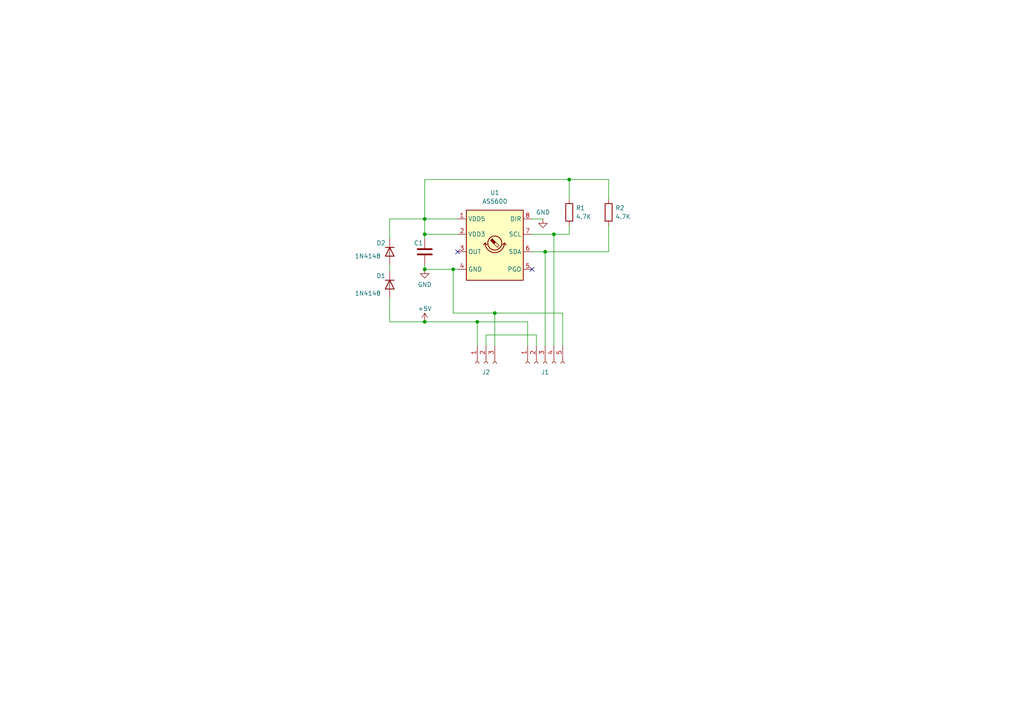
<source format=kicad_sch>
(kicad_sch (version 20211123) (generator eeschema)
  (paper "A4")
  (lib_symbols
    (symbol "Connector:Conn_01x03_Female" (pin_names (offset 1.016) hide)
      (property "Reference" "J" (at 0 5.08 0))
      (property "Value" "Conn_01x03_Female" (at 0 -5.08 0))
      (symbol "Conn_01x03_Female_1_1"
        (arc (start 0 -2.032) (mid -0.508 -2.54) (end 0 -3.048) (stroke (width 0.1524)))
        (polyline (pts (xy -1.27 -2.54) (xy -0.508 -2.54)) (stroke (width 0.1524)))
        (polyline (pts (xy -1.27 0) (xy -0.508 0)) (stroke (width 0.1524)))
        (polyline (pts (xy -1.27 2.54) (xy -0.508 2.54)) (stroke (width 0.1524)))
        (arc (start 0 0.508) (mid -0.508 0) (end 0 -0.508) (stroke (width 0.1524)))
        (arc (start 0 3.048) (mid -0.508 2.54) (end 0 2.032) (stroke (width 0.1524)))
        (pin passive line (at -5.08 2.54 0) (length 3.81) (name "Pin_1") (number "1"))
        (pin passive line (at -5.08 0 0) (length 3.81) (name "Pin_2") (number "2"))
        (pin passive line (at -5.08 -2.54 0) (length 3.81) (name "Pin_3") (number "3"))
      )
    )
    (symbol "Connector:Conn_01x05_Female" (pin_names (offset 1.016) hide)
      (property "Reference" "J" (at 0 7.62 0))
      (property "Value" "Conn_01x05_Female" (at 0 -7.62 0))
      (symbol "Conn_01x05_Female_1_1"
        (arc (start 0 -4.572) (mid -0.508 -5.08) (end 0 -5.588) (stroke (width 0.1524)))
        (arc (start 0 -2.032) (mid -0.508 -2.54) (end 0 -3.048) (stroke (width 0.1524)))
        (polyline (pts (xy -1.27 -5.08) (xy -0.508 -5.08)) (stroke (width 0.1524)))
        (polyline (pts (xy -1.27 -2.54) (xy -0.508 -2.54)) (stroke (width 0.1524)))
        (polyline (pts (xy -1.27 0) (xy -0.508 0)) (stroke (width 0.1524)))
        (polyline (pts (xy -1.27 2.54) (xy -0.508 2.54)) (stroke (width 0.1524)))
        (polyline (pts (xy -1.27 5.08) (xy -0.508 5.08)) (stroke (width 0.1524)))
        (arc (start 0 0.508) (mid -0.508 0) (end 0 -0.508) (stroke (width 0.1524)))
        (arc (start 0 3.048) (mid -0.508 2.54) (end 0 2.032) (stroke (width 0.1524)))
        (arc (start 0 5.588) (mid -0.508 5.08) (end 0 4.572) (stroke (width 0.1524)))
        (pin passive line (at -5.08 5.08 0) (length 3.81) (name "Pin_1") (number "1"))
        (pin passive line (at -5.08 2.54 0) (length 3.81) (name "Pin_2") (number "2"))
        (pin passive line (at -5.08 0 0) (length 3.81) (name "Pin_3") (number "3"))
        (pin passive line (at -5.08 -2.54 0) (length 3.81) (name "Pin_4") (number "4"))
        (pin passive line (at -5.08 -5.08 0) (length 3.81) (name "Pin_5") (number "5"))
      )
    )
    (symbol "Device:C" (pin_numbers hide) (pin_names (offset 0.254))
      (property "Reference" "C" (at 0.635 2.54 0))
      (property "Value" "C" (at 0.635 -2.54 0))
      (symbol "C_0_1"
        (polyline (pts (xy -2.032 -0.762) (xy 2.032 -0.762)) (stroke (width 0.508)))
        (polyline (pts (xy -2.032 0.762) (xy 2.032 0.762)) (stroke (width 0.508)))
      )
      (symbol "C_1_1"
        (pin passive line (at 0 3.81 270) (length 2.794) (name "~") (number "1"))
        (pin passive line (at 0 -3.81 90) (length 2.794) (name "~") (number "2"))
      )
    )
    (symbol "Device:R" (pin_numbers hide) (pin_names (offset 0))
      (property "Reference" "R" (at 2.032 0 90))
      (property "Value" "R" (at 0 0 90))
      (symbol "R_0_1"
        (rectangle (start -1.016 -2.54) (end 1.016 2.54) (stroke (width 0.254)))
      )
      (symbol "R_1_1"
        (pin passive line (at 0 3.81 270) (length 1.27) (name "~") (number "1"))
        (pin passive line (at 0 -3.81 90) (length 1.27) (name "~") (number "2"))
      )
    )
    (symbol "Diode:1N4148W" (pin_numbers hide) (pin_names (offset 1.016) hide)
      (property "Reference" "D" (at 0 2.54 0))
      (property "Value" "1N4148W" (at 0 -2.54 0))
      (symbol "1N4148W_0_1"
        (polyline (pts (xy -1.27 1.27) (xy -1.27 -1.27)) (stroke (width 0.254)))
        (polyline (pts (xy 1.27 0) (xy -1.27 0)))
        (polyline (pts (xy 1.27 1.27) (xy 1.27 -1.27) (xy -1.27 0) (xy 1.27 1.27)) (stroke (width 0.254)))
      )
      (symbol "1N4148W_1_1"
        (pin passive line (at -3.81 0 0) (length 2.54) (name "K") (number "1"))
        (pin passive line (at 3.81 0 180) (length 2.54) (name "A") (number "2"))
      )
    )
    (symbol "iidx_tt:AS5600"
      (property "Reference" "U" (at -10.16 11.43 0))
      (property "Value" "AS5600" (at 3.81 11.43 0))
      (symbol "AS5600_0_1"
        (rectangle (start -8.255 9.525) (end 8.255 -10.795) (stroke (width 0.254)) (fill (type background)))
        (arc (start -2.794 0) (mid 0 -2.794) (end 2.794 0) (stroke (width 0.254)))
        (polyline (pts (xy -2.794 0) (xy -3.302 -0.508)) (stroke (width 0.254)))
        (polyline (pts (xy -2.794 0) (xy -2.286 -0.508)) (stroke (width 0.254)))
        (polyline (pts (xy 2.794 0) (xy 2.286 -0.508)) (stroke (width 0.254)))
        (polyline (pts (xy 2.794 0) (xy 3.302 -0.508)) (stroke (width 0.254)))
      )
      (symbol "AS5600_1_1"
        (polyline (pts (xy 0.254 0.254) (xy 1.27 -0.762) (xy 0.762 -1.27) (xy -0.254 -0.254)))
        (polyline (pts (xy -0.762 1.27) (xy 0.254 0.254) (xy -0.254 -0.254) (xy -1.27 0.762) (xy -1.016 1.016) (xy -0.762 1.27) (xy -0.635 1.143)) (fill (type outline)))
        (circle (center 0 0) (radius 2.032) (stroke (width 0.254)))
        (pin power_in line (at -10.795 6.985 0) (length 2.54) (name "VDD5") (number "1"))
        (pin power_in line (at -10.795 2.54 0) (length 2.54) (name "VDD3") (number "2"))
        (pin output line (at -10.795 -2.54 0) (length 2.54) (name "OUT") (number "3"))
        (pin power_in line (at -10.795 -7.62 0) (length 2.54) (name "GND") (number "4"))
        (pin input line (at 10.795 -7.62 180) (length 2.54) (name "PGO") (number "5"))
        (pin bidirectional line (at 10.795 -2.54 180) (length 2.54) (name "SDA") (number "6"))
        (pin bidirectional line (at 10.795 2.54 180) (length 2.54) (name "SCL") (number "7"))
        (pin input line (at 10.795 6.985 180) (length 2.54) (name "DIR") (number "8"))
      )
    )
    (symbol "power:+5V" (power) (pin_names (offset 0))
      (property "Value" "+5V" (at 0 3.556 0))
      (symbol "+5V_0_1"
        (polyline (pts (xy -0.762 1.27) (xy 0 2.54)))
        (polyline (pts (xy 0 0) (xy 0 2.54)))
        (polyline (pts (xy 0 2.54) (xy 0.762 1.27)))
      )
      (symbol "+5V_1_1"
        (pin power_in line (at 0 0 90) (length 0) hide (name "+5V") (number "1"))
      )
    )
    (symbol "power:GND" (power) (pin_names (offset 0))
      (property "Value" "GND" (at 0 -3.81 0))
      (symbol "GND_0_1"
        (polyline (pts (xy 0 0) (xy 0 -1.27) (xy 1.27 -1.27) (xy 0 -2.54) (xy -1.27 -1.27) (xy 0 -1.27)))
      )
      (symbol "GND_1_1"
        (pin power_in line (at 0 0 270) (length 0) hide (name "GND") (number "1"))
      )
    )
  )
  (junction (at 160.655 67.945))
  (junction (at 123.19 93.345))
  (junction (at 158.115 73.025))
  (junction (at 123.19 78.105))
  (junction (at 165.1 52.07))
  (junction (at 131.445 78.105))
  (junction (at 123.19 67.945))
  (junction (at 123.19 63.5))
  (junction (at 143.51 90.805))
  (junction (at 138.43 93.345))
  (no_connect (at 132.715 73.025))
  (no_connect (at 154.305 78.105))
  (wire (pts (xy 143.51 90.805) (xy 163.195 90.805)))
  (wire (pts (xy 155.575 100.33) (xy 155.575 97.155)))
  (wire (pts (xy 176.53 73.025) (xy 176.53 65.405)))
  (wire (pts (xy 132.715 67.945) (xy 123.19 67.945)))
  (wire (pts (xy 154.305 63.5) (xy 157.48 63.5)))
  (wire (pts (xy 154.305 67.945) (xy 160.655 67.945)))
  (wire (pts (xy 158.115 73.025) (xy 176.53 73.025)))
  (wire (pts (xy 113.03 93.345) (xy 113.03 86.36)))
  (wire (pts (xy 132.715 63.5) (xy 123.19 63.5)))
  (wire (pts (xy 123.19 76.835) (xy 123.19 78.105)))
  (wire (pts (xy 160.655 67.945) (xy 165.1 67.945)))
  (wire (pts (xy 113.03 69.215) (xy 113.03 63.5)))
  (wire (pts (xy 113.03 93.345) (xy 123.19 93.345)))
  (wire (pts (xy 131.445 90.805) (xy 143.51 90.805)))
  (wire (pts (xy 155.575 97.155) (xy 140.97 97.155)))
  (wire (pts (xy 123.19 93.345) (xy 138.43 93.345)))
  (wire (pts (xy 123.19 63.5) (xy 123.19 67.945)))
  (wire (pts (xy 158.115 73.025) (xy 158.115 100.33)))
  (wire (pts (xy 123.19 52.07) (xy 123.19 63.5)))
  (wire (pts (xy 163.195 90.805) (xy 163.195 100.33)))
  (wire (pts (xy 123.19 78.105) (xy 131.445 78.105)))
  (wire (pts (xy 165.1 52.07) (xy 176.53 52.07)))
  (wire (pts (xy 131.445 78.105) (xy 132.715 78.105)))
  (wire (pts (xy 123.19 67.945) (xy 123.19 69.215)))
  (wire (pts (xy 165.1 67.945) (xy 165.1 65.405)))
  (wire (pts (xy 123.19 52.07) (xy 165.1 52.07)))
  (wire (pts (xy 113.03 78.74) (xy 113.03 76.835)))
  (wire (pts (xy 176.53 52.07) (xy 176.53 57.785)))
  (wire (pts (xy 160.655 67.945) (xy 160.655 100.33)))
  (wire (pts (xy 165.1 52.07) (xy 165.1 57.785)))
  (wire (pts (xy 138.43 93.345) (xy 153.035 93.345)))
  (wire (pts (xy 138.43 93.345) (xy 138.43 100.33)))
  (wire (pts (xy 143.51 90.805) (xy 143.51 100.33)))
  (wire (pts (xy 140.97 97.155) (xy 140.97 100.33)))
  (wire (pts (xy 113.03 63.5) (xy 123.19 63.5)))
  (wire (pts (xy 154.305 73.025) (xy 158.115 73.025)))
  (wire (pts (xy 153.035 93.345) (xy 153.035 100.33)))
  (wire (pts (xy 131.445 78.105) (xy 131.445 90.805)))
  (symbol (lib_id "power:GND") (at 157.48 63.5 0) (unit 1)
    (property "Reference" "#PWR0103" (effects hide))
    (property "Value" "GND" (at 157.48 61.595 0))
  )
  (symbol (lib_id "Diode:1N4148W") (at 113.03 82.55 270) (unit 1)
    (property "Reference" "D1" (at 110.49 80.01 90))
    (property "Value" "1N4148" (at 106.68 85.09 90))
    (property "Footprint" "Diode_SMD:D_SOD-123" (effects hide))
    (property "Datasheet" "https://www.vishay.com/docs/85748/1n4148w.pdf" (effects hide))
  )
  (symbol (lib_id "Device:R") (at 165.1 61.595 0) (unit 1)
    (property "Reference" "R1" (at 167.005 60.325 0) (effects (justify left)))
    (property "Value" "4.7K" (at 167.005 62.865 0) (effects (justify left)))
    (property "Footprint" "Resistor_SMD:R_0603_1608Metric" (effects hide))
  )
  (symbol (lib_id "Connector:Conn_01x05_Female") (at 158.115 105.41 90) (mirror x) (unit 1)
    (property "Reference" "J1" (at 158.115 107.95 90))
    (property "Value" "Conn_01x05_Female" (effects hide))
    (property "Footprint" "iidx_tt:Pads5" (effects hide))
  )
  (symbol (lib_id "iidx_tt:AS5600") (at 143.51 70.485 0) (unit 1)
    (property "Reference" "U1" (at 143.51 55.88 0))
    (property "Value" "AS5600" (at 143.51 58.42 0))
    (property "Footprint" "Package_SO:SOIC-8_3.9x4.9mm_P1.27mm" (effects hide))
    (property "Datasheet" "https://ams.com/documents/20143/36005/AS5055A_DS000304_2-00.pdf" (effects hide))
  )
  (symbol (lib_id "Device:R") (at 176.53 61.595 0) (unit 1)
    (property "Reference" "R2" (at 178.435 60.325 0) (effects (justify left)))
    (property "Value" "4.7K" (at 178.435 62.865 0) (effects (justify left)))
    (property "Footprint" "Resistor_SMD:R_0603_1608Metric" (effects hide))
  )
  (symbol (lib_id "Connector:Conn_01x03_Female") (at 140.97 105.41 90) (mirror x) (unit 1)
    (property "Reference" "J2" (at 140.97 107.95 90))
    (property "Value" "Conn_01x03_Female" (effects hide))
    (property "Footprint" "iidx_tt:Pads3" (effects hide))
  )
  (symbol (lib_id "power:GND") (at 123.19 78.105 0) (unit 1)
    (property "Reference" "#PWR0101" (effects hide))
    (property "Value" "GND" (at 123.19 82.55 0))
  )
  (symbol (lib_id "Device:C") (at 123.19 73.025 0) (unit 1)
    (property "Reference" "C1" (at 120.015 70.485 0) (effects (justify left)))
    (property "Value" "C" (effects hide))
    (property "Footprint" "Capacitor_SMD:C_0603_1608Metric" (effects hide))
  )
  (symbol (lib_id "power:+5V") (at 123.19 93.345 0) (unit 1)
    (property "Reference" "#PWR0102" (effects hide))
    (property "Value" "+5V" (at 123.19 89.535 0))
  )
  (symbol (lib_id "Diode:1N4148W") (at 113.03 73.025 270) (unit 1)
    (property "Reference" "D2" (at 110.49 70.485 90))
    (property "Value" "1N4148" (at 106.68 74.295 90))
    (property "Footprint" "Diode_SMD:D_SOD-123" (effects hide))
    (property "Datasheet" "https://www.vishay.com/docs/85748/1n4148w.pdf" (effects hide))
  )
)
</source>
